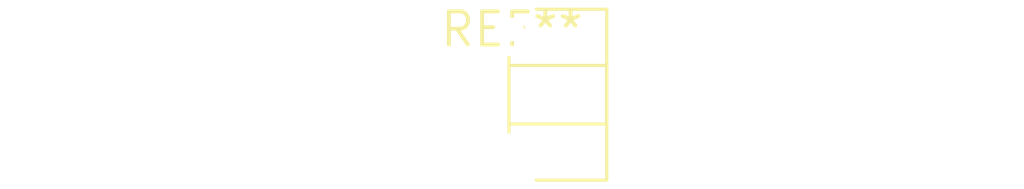
<source format=kicad_pcb>
(kicad_pcb (version 20240108) (generator pcbnew)
  (layers (0 "F.Cu" signal) (31 "B.Cu" signal) (34 "B.Paste" user) (35 "F.Paste" user) (36 "B.SilkS" user "B.Silkscreen") (37 "F.SilkS" user "F.Silkscreen") (38 "B.Mask" user) (39 "F.Mask" user) (44 "Edge.Cuts" user))
  (net 0 "")
  (footprint "Potentiometer_ACP_CA6-H2,5_Horizontal" (layer "F.Cu") (at 0 0)
    (property "Reference" "REF**")
    (property "Value" "Potentiometer_ACP_CA6-H2,5_Horizontal")
    (fp_line (start -0.121 1.066) (end -0.121 3.935) (layer "F.SilkS") (stroke (width 0.12)))
    (fp_line (start -0.121 1.38) (end -0.121 3.62) (layer "F.SilkS") (stroke (width 0.12)))
    (fp_line (start -0.121 1.38) (end 3.62 1.38) (layer "F.SilkS") (stroke (width 0.12)))
    (fp_line (start -0.121 3.62) (end 3.62 3.62) (layer "F.SilkS") (stroke (width 0.12)))
    (fp_line (start 0.925 -0.77) (end 3.62 -0.77) (layer "F.SilkS") (stroke (width 0.12)))
    (fp_line (start 0.925 5.77) (end 3.62 5.77) (layer "F.SilkS") (stroke (width 0.12)))
    (fp_line (start 3.62 -0.77) (end 3.62 5.77) (layer "F.SilkS") (stroke (width 0.12)))
    (fp_line (start 3.62 1.38) (end 3.62 3.62) (layer "F.SilkS") (stroke (width 0.12)))
    (pad "1" thru_hole circle (at 0 0) (size 1.62 1.62) (drill 0.9) (layers *.Cu *.Mask) (remove_unused_layers))
    (pad "2" thru_hole circle (at 2.5 2.5) (size 1.62 1.62) (drill 0.9) (layers *.Cu *.Mask) (remove_unused_layers))
    (pad "3" thru_hole circle (at 0 5) (size 1.62 1.62) (drill 0.9) (layers *.Cu *.Mask) (remove_unused_layers))
  )
)
</source>
